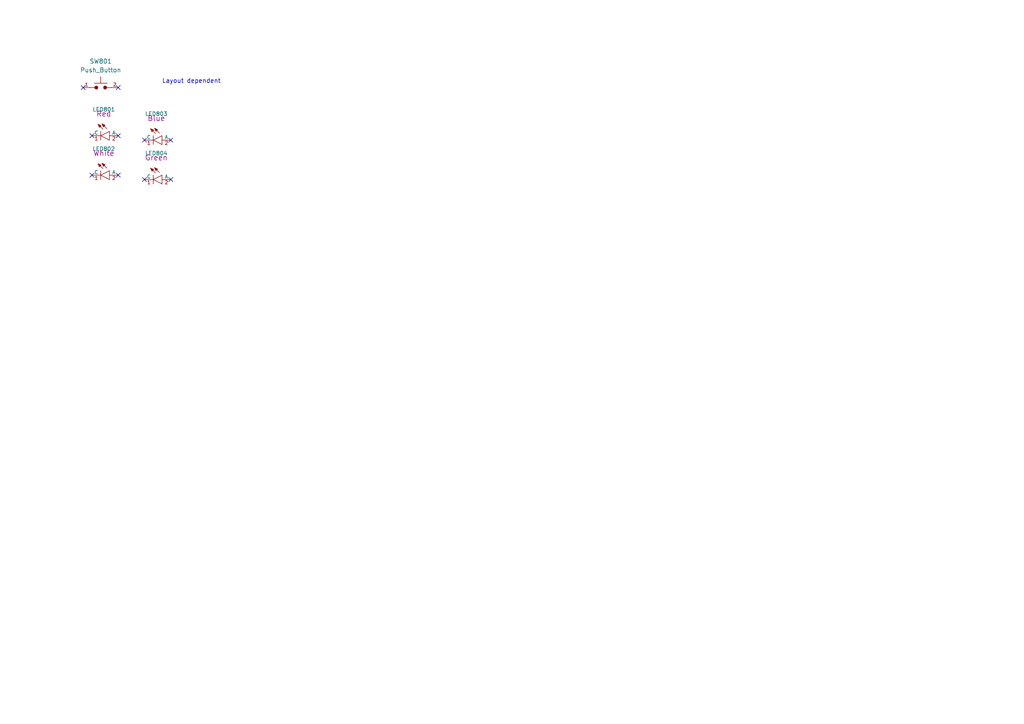
<source format=kicad_sch>
(kicad_sch (version 20250114) (generator "eeschema") (generator_version "9.0")
  (paper "A4")
  (lib_symbols
    (symbol "PCM_4ms_LED:Blue_56mcd_0603" (pin_names (offset 0))
      (property "Reference" "LED" (at -1.27 -5.08 0))
      (property "Display" "Blue" (at 0 -2.54 0))
      (symbol "Blue_56mcd_0603_1_0"
        (polyline (pts (xy 0 0) (xy 0 1.27)))
        (polyline (pts (xy 0 0) (xy 2.54 1.27)))
        (polyline (pts (xy 0 -1.27) (xy 0 0)))
        (polyline (pts (xy 0.635 1.905) (xy -0.762 3.302)))
        (polyline (pts (xy 1.778 2.032) (xy 0.381 3.429)))
        (polyline (pts (xy 2.54 -1.27) (xy 0 0)))
        (polyline (pts (xy 2.54 -1.27) (xy 2.54 1.27)))
      )
      (symbol "Blue_56mcd_0603_1_1"
        (polyline (pts (xy -0.762 3.302) (xy 0.127 2.921) (xy 0.127 2.921) (xy -0.381 2.413) (xy -0.381 2.413) (xy -0.762 3.302)) (fill (type outline)))
        (polyline (pts (xy 0.381 3.429) (xy 1.27 3.048) (xy 1.27 3.048) (xy 0.762 2.54) (xy 0.762 2.54) (xy 0.381 3.429)) (fill (type outline)))
        (pin passive line (at -2.54 0 0) (length 2.54) (name "C") (number "1"))
        (pin passive line (at 5.08 0 180) (length 2.54) (name "A") (number "2"))
      )
    )
    (symbol "PCM_4ms_LED:Green_350mcd_0603" (pin_names (offset 0))
      (property "Reference" "LED" (at -1.27 -5.08 0))
      (property "Display" "Green" (at 0 -2.54 0))
      (symbol "Green_350mcd_0603_1_0"
        (polyline (pts (xy 0 0) (xy 0 1.27)))
        (polyline (pts (xy 0 0) (xy 2.54 1.27)))
        (polyline (pts (xy 0 -1.27) (xy 0 0)))
        (polyline (pts (xy 0.635 1.905) (xy -0.762 3.302)))
        (polyline (pts (xy 1.778 2.032) (xy 0.381 3.429)))
        (polyline (pts (xy 2.54 -1.27) (xy 0 0)))
        (polyline (pts (xy 2.54 -1.27) (xy 2.54 1.27)))
      )
      (symbol "Green_350mcd_0603_1_1"
        (polyline (pts (xy -0.762 3.302) (xy 0.127 2.921) (xy 0.127 2.921) (xy -0.381 2.413) (xy -0.381 2.413) (xy -0.762 3.302)) (fill (type outline)))
        (polyline (pts (xy 0.381 3.429) (xy 1.27 3.048) (xy 1.27 3.048) (xy 0.762 2.54) (xy 0.762 2.54) (xy 0.381 3.429)) (fill (type outline)))
        (pin passive line (at -2.54 0 0) (length 2.54) (name "C") (number "1"))
        (pin passive line (at 5.08 0 180) (length 2.54) (name "A") (number "2"))
      )
    )
    (symbol "PCM_4ms_LED:Red_100mcd_0603" (pin_names (offset 0))
      (property "Reference" "LED" (at -1.27 -5.08 0))
      (property "Display" "Red" (at 0 -2.54 0))
      (symbol "Red_100mcd_0603_1_0"
        (polyline (pts (xy 0 0) (xy 0 1.27)))
        (polyline (pts (xy 0 0) (xy 2.54 1.27)))
        (polyline (pts (xy 0 -1.27) (xy 0 0)))
        (polyline (pts (xy 0.635 1.905) (xy -0.762 3.302)))
        (polyline (pts (xy 1.778 2.032) (xy 0.381 3.429)))
        (polyline (pts (xy 2.54 -1.27) (xy 0 0)))
        (polyline (pts (xy 2.54 -1.27) (xy 2.54 1.27)))
      )
      (symbol "Red_100mcd_0603_1_1"
        (polyline (pts (xy -0.762 3.302) (xy 0.127 2.921) (xy 0.127 2.921) (xy -0.381 2.413) (xy -0.381 2.413) (xy -0.762 3.302)) (fill (type outline)))
        (polyline (pts (xy 0.381 3.429) (xy 1.27 3.048) (xy 1.27 3.048) (xy 0.762 2.54) (xy 0.762 2.54) (xy 0.381 3.429)) (fill (type outline)))
        (pin passive line (at -2.54 0 0) (length 2.54) (name "C") (number "1"))
        (pin passive line (at 5.08 0 180) (length 2.54) (name "A") (number "2"))
      )
    )
    (symbol "PCM_4ms_LED:White_min200mcd_0603" (pin_names (offset 0))
      (property "Reference" "LED" (at -2.54 -5.08 0))
      (property "Display" "White" (at 0 -2.54 0))
      (symbol "White_min200mcd_0603_1_0"
        (polyline (pts (xy 0 0) (xy 0 1.27)))
        (polyline (pts (xy 0 0) (xy 2.54 1.27)))
        (polyline (pts (xy 0 -1.27) (xy 0 0)))
        (polyline (pts (xy 0.635 1.905) (xy -0.762 3.302)))
        (polyline (pts (xy 1.778 2.032) (xy 0.381 3.429)))
        (polyline (pts (xy 2.54 -1.27) (xy 0 0)))
        (polyline (pts (xy 2.54 -1.27) (xy 2.54 1.27)))
      )
      (symbol "White_min200mcd_0603_1_1"
        (polyline (pts (xy -0.762 3.302) (xy 0.127 2.921) (xy 0.127 2.921) (xy -0.381 2.413) (xy -0.381 2.413) (xy -0.762 3.302)) (fill (type outline)))
        (polyline (pts (xy 0.381 3.429) (xy 1.27 3.048) (xy 1.27 3.048) (xy 0.762 2.54) (xy 0.762 2.54) (xy 0.381 3.429)) (fill (type outline)))
        (pin passive line (at -2.54 0 0) (length 2.54) (name "C") (number "1"))
        (pin passive line (at 5.08 0 180) (length 2.54) (name "A") (number "2"))
      )
    )
    (symbol "PCM_SL_Devices:Push_Button"
      (property "Reference" "SW" (at 0 6.35 0))
      (property "Value" "Push_Button" (at 0 4.445 0))
      (symbol "Push_Button_0_1"
        (polyline (pts (xy -3.175 0) (xy -1.778 0)))
        (polyline (pts (xy -1.905 1.27) (xy 1.905 1.27)))
        (circle (center -1.27 0) (radius 0.4579) (fill (type outline)))
        (polyline (pts (xy 0 1.27) (xy 0 3.175)))
        (circle (center 1.27 0) (radius 0.4579) (fill (type outline)))
        (polyline (pts (xy 1.778 0) (xy 3.175 0)))
      )
      (symbol "Push_Button_1_1"
        (pin passive line (at -5.08 0 0) (length 2) (name "") (number "1"))
        (pin passive line (at 5.08 0 180) (length 2) (name "") (number "2"))
      )
    )
  )
  (text "Layout dependent" (at 46.99 23.622 0) (effects (font (size 1.27 1.27)) (justify left)))
  (no_connect (at 34.29 39.37))
  (no_connect (at 41.91 52.07))
  (no_connect (at 49.53 52.07))
  (no_connect (at 26.67 39.37))
  (no_connect (at 26.67 50.8))
  (no_connect (at 24.13 25.4))
  (no_connect (at 34.29 50.8))
  (no_connect (at 41.91 40.64))
  (no_connect (at 49.53 40.64))
  (no_connect (at 34.29 25.4))
  (symbol (lib_id "PCM_SL_Devices:Push_Button") (at 29.21 25.4 0) (unit 1)
    (property "Reference" "SW801" (at 29.21 17.78 0))
    (property "Value" "Push_Button" (at 29.21 20.32 0))
    (property "Footprint" "Button_Switch_THT:SW_PUSH_6mm" (effects (hide yes)))
    (property "Description" "Common 6mmx6mm Push Button" (effects (hide yes)))
  )
  (symbol (lib_id "PCM_4ms_LED:Red_100mcd_0603") (at 29.21 39.37 0) (unit 1)
    (property "Reference" "LED801" (at 30.099 31.75 0) (effects (font (size 1.143 1.143))))
    (property "Value" "Red_100mcd_0603" (effects (hide yes)))
    (property "Footprint" "PCM_4ms_LED:LED_0603_1608Metric" (effects (hide yes)))
    (property "Description" "LED Red 0603 Lum>=100mcd @ 20mA" (effects (hide yes)))
    (property "Specifications" "LED Red 0603 Lum>=100mcd @ 20mA" (effects (hide yes)))
    (property "Manufacturer" "Kingbright" (effects (hide yes)))
    (property "Part Number" "AP1608SRCPRV" (effects (hide yes)))
    (property "Display" "Red" (at 30.099 33.02 0) (effects (font (size 1.524 1.524))))
    (property "Manufacturer 2" "Inolux" (effects (hide yes)))
    (property "Part Number 2" "IN-S63BTR" (effects (hide yes)))
    (property "Manufacturer 3" "Kingbright" (effects (hide yes)))
    (property "Part Number 3" "AP1608SURCK" (effects (hide yes)))
    (property "Manufacturer 4" "OSRAM Opto" (effects (hide yes)))
    (property "Part Number 4" "LS Q976-NR-1" (effects (hide yes)))
  )
  (symbol (lib_id "PCM_4ms_LED:White_min200mcd_0603") (at 29.21 50.8 0) (unit 1)
    (property "Reference" "LED802" (at 30.099 43.18 0) (effects (font (size 1.143 1.143))))
    (property "Value" "White_min200mcd_0603" (effects (hide yes)))
    (property "Footprint" "PCM_4ms_LED:LED_0603_1608Metric" (effects (hide yes)))
    (property "Description" "LED White 0603, >200mcd@20mA" (effects (hide yes)))
    (property "Specifications" "LED White 0603, >200mcd@20mA" (effects (hide yes)))
    (property "Display" "White" (at 30.099 44.45 0) (effects (font (size 1.524 1.524))))
    (property "Manufacturer" "Inolux" (effects (hide yes)))
    (property "Part Number" "IN-S63AT5UW" (effects (hide yes)))
    (property "Manufacturer 2" "Lite-On" (effects (hide yes)))
    (property "Part Number 2" "LTW-C191TS5" (effects (hide yes)))
  )
  (symbol (lib_id "PCM_4ms_LED:Blue_56mcd_0603") (at 44.45 40.64 0) (unit 1)
    (property "Reference" "LED803" (at 45.339 33.02 0) (effects (font (size 1.143 1.143))))
    (property "Value" "Blue_56mcd_0603" (effects (hide yes)))
    (property "Footprint" "PCM_4ms_LED:LED_0603_1608Metric" (effects (hide yes)))
    (property "Description" "Blue 470nm 0603, >40mcd@20mA" (effects (hide yes)))
    (property "Specifications" "Blue 470nm 0603, >40mcd@20mA" (effects (hide yes)))
    (property "Manufacturer" "Inolux" (effects (hide yes)))
    (property "Part Number" "IN-S63AT5B" (effects (hide yes)))
    (property "Display" "Blue" (at 45.339 34.29 0) (effects (font (size 1.524 1.524))))
    (property "Manufacturer 2" "Kingbright" (effects (hide yes)))
    (property "Part Number 2" "APT1608QBC/D" (effects (hide yes)))
  )
  (symbol (lib_id "PCM_4ms_LED:Green_350mcd_0603") (at 44.45 52.07 0) (unit 1)
    (property "Reference" "LED804" (at 45.339 44.45 0) (effects (font (size 1.143 1.143))))
    (property "Value" "Green_350mcd_0603" (effects (hide yes)))
    (property "Footprint" "PCM_4ms_LED:LED_0603_1608Metric" (effects (hide yes)))
    (property "Description" "SMD True Green LED" (effects (hide yes)))
    (property "Specifications" "SMD True Green LED" (effects (hide yes)))
    (property "Manufacturer" "Inolux" (effects (hide yes)))
    (property "Part Number" "IN-S63AT5G" (effects (hide yes)))
    (property "Display" "Green" (at 45.339 45.72 0) (effects (font (size 1.524 1.524))))
  )
)
</source>
